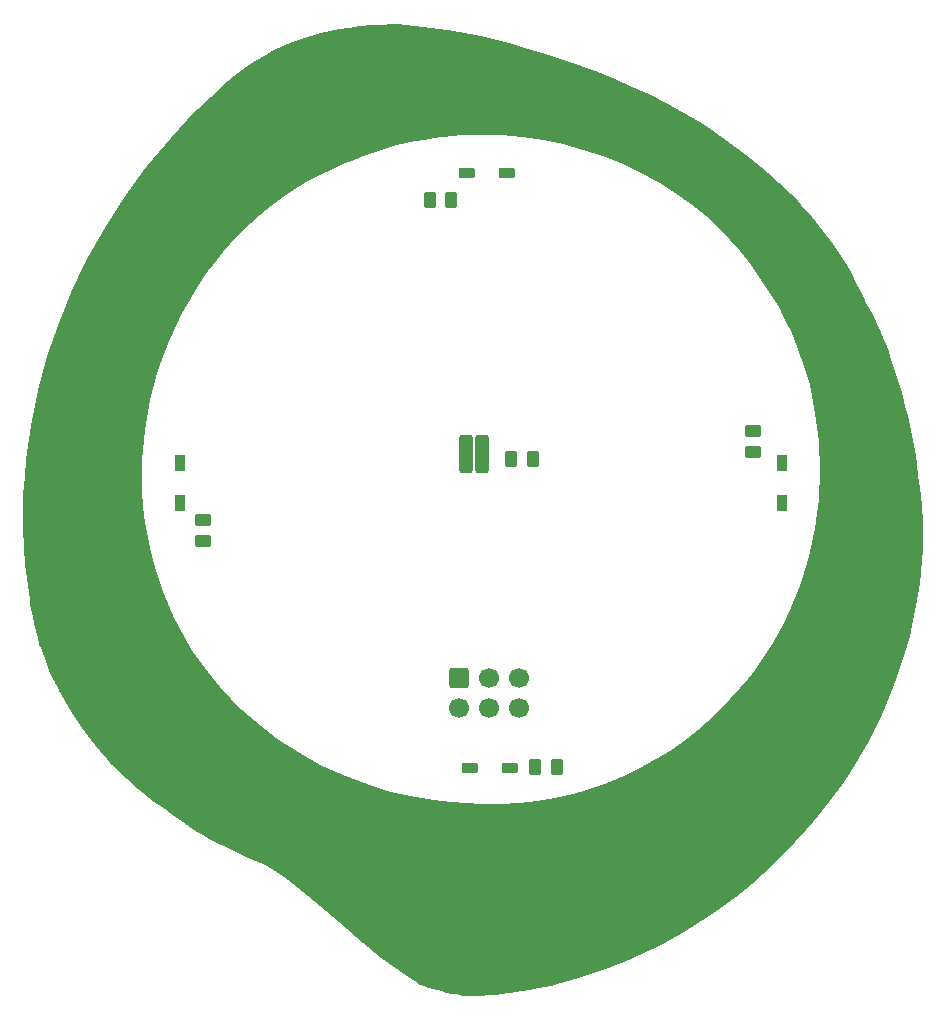
<source format=gbr>
%TF.GenerationSoftware,KiCad,Pcbnew,8.0.5-8.0.5-0~ubuntu22.04.1*%
%TF.CreationDate,2024-10-15T22:57:38-04:00*%
%TF.ProjectId,eclipse_sao_v1,65636c69-7073-4655-9f73-616f5f76312e,rev?*%
%TF.SameCoordinates,Original*%
%TF.FileFunction,Soldermask,Bot*%
%TF.FilePolarity,Negative*%
%FSLAX46Y46*%
G04 Gerber Fmt 4.6, Leading zero omitted, Abs format (unit mm)*
G04 Created by KiCad (PCBNEW 8.0.5-8.0.5-0~ubuntu22.04.1) date 2024-10-15 22:57:38*
%MOMM*%
%LPD*%
G01*
G04 APERTURE LIST*
G04 Aperture macros list*
%AMRoundRect*
0 Rectangle with rounded corners*
0 $1 Rounding radius*
0 $2 $3 $4 $5 $6 $7 $8 $9 X,Y pos of 4 corners*
0 Add a 4 corners polygon primitive as box body*
4,1,4,$2,$3,$4,$5,$6,$7,$8,$9,$2,$3,0*
0 Add four circle primitives for the rounded corners*
1,1,$1+$1,$2,$3*
1,1,$1+$1,$4,$5*
1,1,$1+$1,$6,$7*
1,1,$1+$1,$8,$9*
0 Add four rect primitives between the rounded corners*
20,1,$1+$1,$2,$3,$4,$5,0*
20,1,$1+$1,$4,$5,$6,$7,0*
20,1,$1+$1,$6,$7,$8,$9,0*
20,1,$1+$1,$8,$9,$2,$3,0*%
G04 Aperture macros list end*
%ADD10C,0.400000*%
%ADD11RoundRect,0.287500X0.287500X1.362500X-0.287500X1.362500X-0.287500X-1.362500X0.287500X-1.362500X0*%
%ADD12RoundRect,0.225000X0.475000X0.225000X-0.475000X0.225000X-0.475000X-0.225000X0.475000X-0.225000X0*%
%ADD13RoundRect,0.225000X-0.475000X-0.225000X0.475000X-0.225000X0.475000X0.225000X-0.475000X0.225000X0*%
%ADD14RoundRect,0.250000X-0.262500X-0.450000X0.262500X-0.450000X0.262500X0.450000X-0.262500X0.450000X0*%
%ADD15RoundRect,0.225000X0.225000X-0.475000X0.225000X0.475000X-0.225000X0.475000X-0.225000X-0.475000X0*%
%ADD16RoundRect,0.250000X-0.450000X0.262500X-0.450000X-0.262500X0.450000X-0.262500X0.450000X0.262500X0*%
%ADD17RoundRect,0.250000X0.262500X0.450000X-0.262500X0.450000X-0.262500X-0.450000X0.262500X-0.450000X0*%
%ADD18RoundRect,0.225000X-0.225000X0.475000X-0.225000X-0.475000X0.225000X-0.475000X0.225000X0.475000X0*%
%ADD19RoundRect,0.250000X-0.600000X0.600000X-0.600000X-0.600000X0.600000X-0.600000X0.600000X0.600000X0*%
%ADD20C,1.700000*%
%ADD21RoundRect,0.250000X0.450000X-0.262500X0.450000X0.262500X-0.450000X0.262500X-0.450000X-0.262500X0*%
G04 APERTURE END LIST*
D10*
X54227655Y-9331031D02*
X54289790Y-9332455D01*
X54351827Y-9335503D01*
X54413734Y-9340515D01*
X55814585Y-9484118D01*
X57222386Y-9644947D01*
X58630262Y-9831396D01*
X60031337Y-10051858D01*
X61418736Y-10314724D01*
X62105158Y-10464682D01*
X62785582Y-10628388D01*
X63459149Y-10806892D01*
X64125000Y-11001242D01*
X64782275Y-11212488D01*
X65430115Y-11441679D01*
X66924741Y-11866708D01*
X68412109Y-12331575D01*
X69889809Y-12836710D01*
X71355429Y-13382545D01*
X72806557Y-13969512D01*
X74240782Y-14598042D01*
X75655693Y-15268566D01*
X77048878Y-15981516D01*
X78417925Y-16737323D01*
X79760423Y-17536418D01*
X81073962Y-18379234D01*
X82356128Y-19266201D01*
X83604512Y-20197751D01*
X84816700Y-21174316D01*
X85990283Y-22196326D01*
X87122849Y-23264214D01*
X87299690Y-23403587D01*
X87505491Y-23587442D01*
X87736820Y-23811485D01*
X87990248Y-24071423D01*
X88549671Y-24681810D01*
X89156311Y-25384258D01*
X89782718Y-26144419D01*
X90401441Y-26927948D01*
X90985033Y-27700498D01*
X91506042Y-28427723D01*
X92044296Y-29283970D01*
X92554943Y-30161743D01*
X93042018Y-31057222D01*
X93509553Y-31966589D01*
X93961583Y-32886025D01*
X94402143Y-33811711D01*
X95264984Y-35666557D01*
X95322749Y-35793355D01*
X95378795Y-35920907D01*
X95433306Y-36049131D01*
X95486465Y-36177947D01*
X95589461Y-36437028D01*
X95689247Y-36697502D01*
X95759759Y-36859448D01*
X95915625Y-37302847D01*
X96393967Y-38774439D01*
X96945356Y-40593141D01*
X97192532Y-41470429D01*
X97390877Y-42239819D01*
X97392806Y-42242137D01*
X97394612Y-42244358D01*
X97396281Y-42246488D01*
X97397798Y-42248533D01*
X97399150Y-42250499D01*
X97400323Y-42252393D01*
X97400838Y-42253315D01*
X97401303Y-42254221D01*
X97401717Y-42255113D01*
X97402077Y-42255990D01*
X97402382Y-42256854D01*
X97402630Y-42257705D01*
X97402820Y-42258545D01*
X97402950Y-42259374D01*
X97403017Y-42260193D01*
X97403021Y-42261002D01*
X97402960Y-42261803D01*
X97402831Y-42262596D01*
X97402633Y-42263382D01*
X97402365Y-42264162D01*
X97402025Y-42264937D01*
X97401610Y-42265707D01*
X97401120Y-42266473D01*
X97400552Y-42267236D01*
X97399905Y-42267997D01*
X97399178Y-42268757D01*
X97588034Y-43103468D01*
X97757530Y-43941577D01*
X97909975Y-44782600D01*
X98047679Y-45626058D01*
X98172953Y-46471468D01*
X98288108Y-47318350D01*
X98497299Y-49014599D01*
X98530832Y-49318717D01*
X98560550Y-49626136D01*
X98609673Y-50243717D01*
X98646921Y-50853033D01*
X98674553Y-51439774D01*
X98681780Y-52472768D01*
X98657183Y-53489144D01*
X98602748Y-54487968D01*
X98520460Y-55468307D01*
X98412306Y-56429229D01*
X98280272Y-57369802D01*
X98126342Y-58289092D01*
X97952502Y-59186167D01*
X97760739Y-60060095D01*
X97553038Y-60909942D01*
X97331385Y-61734777D01*
X97097766Y-62533666D01*
X96602572Y-64049877D01*
X96083341Y-65451115D01*
X95555960Y-66729919D01*
X95036314Y-67878827D01*
X94540291Y-68890378D01*
X94083775Y-69757113D01*
X93352812Y-71026285D01*
X92970512Y-71626656D01*
X91958450Y-73185222D01*
X90876680Y-74698529D01*
X89728041Y-76163829D01*
X88515373Y-77578375D01*
X87241513Y-78939420D01*
X85909302Y-80244215D01*
X84521579Y-81490014D01*
X83081181Y-82674068D01*
X81590948Y-83793632D01*
X80053718Y-84845956D01*
X78472332Y-85828295D01*
X76849627Y-86737899D01*
X75188443Y-87572023D01*
X73491618Y-88327918D01*
X71761992Y-89002837D01*
X70002403Y-89594032D01*
X68783356Y-89939751D01*
X68782356Y-89939751D01*
X68184912Y-90080234D01*
X67674477Y-90205411D01*
X66896164Y-90402252D01*
X66248168Y-90537357D01*
X65597527Y-90661272D01*
X64944694Y-90773757D01*
X64290123Y-90874573D01*
X64018524Y-90912205D01*
X63746513Y-90946766D01*
X63201509Y-91008258D01*
X62655625Y-91062206D01*
X62109375Y-91111771D01*
X61436168Y-91174359D01*
X61267692Y-91187159D01*
X61099122Y-91197012D01*
X60930446Y-91203017D01*
X60761654Y-91204269D01*
X60635330Y-91202026D01*
X60508989Y-91197441D01*
X60382709Y-91190465D01*
X60256569Y-91181047D01*
X60130649Y-91169139D01*
X60005027Y-91154689D01*
X59879784Y-91137648D01*
X59754997Y-91117966D01*
X59361217Y-91047410D01*
X58968687Y-90968855D01*
X58577670Y-90882307D01*
X58188426Y-90787772D01*
X57801218Y-90685258D01*
X57416305Y-90574770D01*
X57033949Y-90456316D01*
X56654411Y-90329903D01*
X56613140Y-90315383D01*
X56572022Y-90300235D01*
X56531166Y-90284326D01*
X56490677Y-90267528D01*
X56450663Y-90249709D01*
X56411230Y-90230739D01*
X56372485Y-90210489D01*
X56353403Y-90199843D01*
X56334534Y-90188828D01*
X55466814Y-89646200D01*
X54619378Y-89070971D01*
X53789593Y-88467669D01*
X52974829Y-87840819D01*
X52172453Y-87194951D01*
X51379834Y-86534592D01*
X49813340Y-85188508D01*
X48254292Y-83838788D01*
X46681637Y-82521653D01*
X45883628Y-81886622D01*
X45074322Y-81273321D01*
X44251088Y-80686275D01*
X43411293Y-80130012D01*
X43045324Y-79990090D01*
X42651273Y-79829254D01*
X41805845Y-79460480D01*
X40928860Y-79054967D01*
X40074167Y-78643992D01*
X38647052Y-77930760D01*
X37955296Y-77570999D01*
X37461804Y-77269215D01*
X36856374Y-76870770D01*
X36166385Y-76395932D01*
X35419214Y-75864967D01*
X34642240Y-75298144D01*
X33862841Y-74715730D01*
X33108395Y-74137992D01*
X32406280Y-73585197D01*
X32405085Y-73584213D01*
X32403899Y-73583211D01*
X32402722Y-73582192D01*
X32401555Y-73581159D01*
X32400397Y-73580111D01*
X32399248Y-73579051D01*
X32398110Y-73577979D01*
X32396980Y-73576897D01*
X31881000Y-73098518D01*
X31368246Y-72616444D01*
X31114753Y-72372518D01*
X30864076Y-72125867D01*
X30616885Y-71875887D01*
X30373850Y-71621979D01*
X30363217Y-71624209D01*
X30353207Y-71625757D01*
X30343865Y-71626569D01*
X30339459Y-71626680D01*
X30335238Y-71626586D01*
X30331206Y-71626280D01*
X30327370Y-71625754D01*
X30323736Y-71625001D01*
X30320309Y-71624016D01*
X30317095Y-71622789D01*
X30314099Y-71621316D01*
X30311328Y-71619587D01*
X30308787Y-71617598D01*
X30306482Y-71615339D01*
X30304418Y-71612805D01*
X30302602Y-71609989D01*
X30301038Y-71606883D01*
X30299733Y-71603480D01*
X30298693Y-71599774D01*
X30297923Y-71595757D01*
X30297428Y-71591423D01*
X30297215Y-71586764D01*
X30297290Y-71581773D01*
X30297657Y-71576444D01*
X30298324Y-71570769D01*
X30299294Y-71564741D01*
X30300575Y-71558354D01*
X30302172Y-71551600D01*
X30304091Y-71544472D01*
X29687902Y-70863640D01*
X29093733Y-70164400D01*
X28522267Y-69447089D01*
X27974188Y-68712039D01*
X27450179Y-67959587D01*
X26950925Y-67190067D01*
X26477110Y-66403815D01*
X26029417Y-65601166D01*
X25999815Y-65549434D01*
X25985618Y-65525568D01*
X25984069Y-65523364D01*
X25983321Y-65521439D01*
X25971484Y-65496406D01*
X25945187Y-65443039D01*
X25754400Y-65088025D01*
X25660001Y-64909961D01*
X25613942Y-64820257D01*
X25568983Y-64729904D01*
X25379051Y-64337216D01*
X25210553Y-63964957D01*
X25058931Y-63608259D01*
X24919625Y-63262250D01*
X24394379Y-61887699D01*
X24327776Y-61719240D01*
X24311798Y-61676882D01*
X24296504Y-61634297D01*
X24282103Y-61591419D01*
X24268805Y-61548183D01*
X24131220Y-61037426D01*
X23990153Y-60449888D01*
X23852559Y-59830402D01*
X23725390Y-59223799D01*
X23530150Y-58228564D01*
X23460068Y-57822830D01*
X23068938Y-54873677D01*
X22889865Y-51911528D01*
X22916731Y-48946876D01*
X23036874Y-47379885D01*
X32541407Y-47379885D01*
X32576568Y-48689724D01*
X32673299Y-49995961D01*
X32832503Y-51295980D01*
X33055085Y-52587167D01*
X33341947Y-53866905D01*
X33693994Y-55132579D01*
X34112129Y-56381573D01*
X34454238Y-57410658D01*
X34841064Y-58417045D01*
X35271172Y-59400176D01*
X35743127Y-60359490D01*
X36255494Y-61294428D01*
X36806839Y-62204431D01*
X38020718Y-63947389D01*
X39373285Y-65583889D01*
X40853058Y-67109453D01*
X42448556Y-68519603D01*
X44148300Y-69809863D01*
X45940809Y-70975755D01*
X47814601Y-72012802D01*
X49758197Y-72916527D01*
X51760115Y-73682452D01*
X53808875Y-74306101D01*
X55892997Y-74782997D01*
X58001000Y-75108661D01*
X60121403Y-75278618D01*
X61659295Y-75358007D01*
X63198198Y-75349549D01*
X64733670Y-75254609D01*
X66261268Y-75074556D01*
X67776551Y-74810755D01*
X69275075Y-74464576D01*
X70752400Y-74037384D01*
X72204083Y-73530546D01*
X73625682Y-72945431D01*
X75012755Y-72283404D01*
X76360860Y-71545834D01*
X77665554Y-70734087D01*
X78922397Y-69849530D01*
X80126945Y-68893531D01*
X81274756Y-67867457D01*
X82361389Y-66772675D01*
X83217518Y-65886331D01*
X84026060Y-64962725D01*
X84786877Y-64004049D01*
X85499833Y-63012498D01*
X86164791Y-61990264D01*
X86781616Y-60939541D01*
X87350169Y-59862521D01*
X87870315Y-58761400D01*
X88764839Y-56495622D01*
X89464094Y-54159753D01*
X89966987Y-51771342D01*
X90272426Y-49347933D01*
X90379317Y-46907075D01*
X90286569Y-44466313D01*
X89993088Y-42043194D01*
X89497781Y-39655266D01*
X88799555Y-37320075D01*
X88374007Y-36177739D01*
X87897319Y-35055167D01*
X87369355Y-33954553D01*
X86789978Y-32878089D01*
X86159052Y-31827970D01*
X85476440Y-30806389D01*
X84470339Y-29325316D01*
X83367721Y-27932232D01*
X82175106Y-26628208D01*
X80899015Y-25414319D01*
X79545967Y-24291637D01*
X78122482Y-23261235D01*
X76635079Y-22324185D01*
X75090279Y-21481562D01*
X73494600Y-20734437D01*
X71854564Y-20083884D01*
X70176689Y-19530975D01*
X68467495Y-19076784D01*
X66733503Y-18722383D01*
X64981231Y-18468845D01*
X63217200Y-18317244D01*
X61447929Y-18268652D01*
X60643746Y-18280907D01*
X59840437Y-18314767D01*
X59038617Y-18370333D01*
X58238897Y-18447705D01*
X57441890Y-18546986D01*
X56648209Y-18668277D01*
X55858465Y-18811678D01*
X55073272Y-18977290D01*
X54293242Y-19165216D01*
X53518988Y-19375555D01*
X52751122Y-19608410D01*
X51990256Y-19863882D01*
X51237003Y-20142071D01*
X50491976Y-20443079D01*
X49755787Y-20767007D01*
X49029049Y-21113956D01*
X47818687Y-21663770D01*
X46647301Y-22275372D01*
X45515794Y-22946146D01*
X44425071Y-23673478D01*
X43376035Y-24454751D01*
X42369591Y-25287350D01*
X41406641Y-26168659D01*
X40488089Y-27096062D01*
X39614840Y-28066945D01*
X38787796Y-29078691D01*
X38007862Y-30128685D01*
X37275942Y-31214312D01*
X35959757Y-33481998D01*
X34846471Y-35860826D01*
X33943313Y-38329872D01*
X33257514Y-40868209D01*
X32796303Y-43454913D01*
X32566911Y-46069060D01*
X32541407Y-47379885D01*
X23036874Y-47379885D01*
X23143420Y-45990219D01*
X23563816Y-43052050D01*
X24171802Y-40142866D01*
X24961261Y-37273161D01*
X25926076Y-34453432D01*
X27060132Y-31694172D01*
X28357311Y-29005878D01*
X29811497Y-26399045D01*
X31416573Y-23884168D01*
X33166422Y-21471742D01*
X35054929Y-19172263D01*
X37075975Y-16996226D01*
X39223446Y-14954126D01*
X39847681Y-14352277D01*
X40493026Y-13788528D01*
X41158423Y-13262162D01*
X41842813Y-12772463D01*
X42545139Y-12318713D01*
X43264342Y-11900195D01*
X43999365Y-11516192D01*
X44749151Y-11165987D01*
X45512640Y-10848864D01*
X46288776Y-10564103D01*
X47076500Y-10310990D01*
X47874754Y-10088807D01*
X48682481Y-9896836D01*
X49498622Y-9734360D01*
X50322120Y-9600663D01*
X51151916Y-9495028D01*
X51164325Y-9483033D01*
X51176212Y-9472210D01*
X51187490Y-9462633D01*
X51198069Y-9454371D01*
X51203069Y-9450757D01*
X51207861Y-9447499D01*
X51212434Y-9444606D01*
X51216777Y-9442088D01*
X51220878Y-9439953D01*
X51224727Y-9438209D01*
X51228313Y-9436868D01*
X51231625Y-9435936D01*
X51234650Y-9435424D01*
X51237379Y-9435340D01*
X51239801Y-9435693D01*
X51241903Y-9436492D01*
X51243675Y-9437747D01*
X51245106Y-9439466D01*
X51246185Y-9441659D01*
X51246901Y-9444333D01*
X51247242Y-9447499D01*
X51247198Y-9451166D01*
X51246757Y-9455341D01*
X51245909Y-9460036D01*
X51244642Y-9465257D01*
X51242945Y-9471015D01*
X51240807Y-9477318D01*
X51238216Y-9484176D01*
X51571134Y-9451503D01*
X51904960Y-9424083D01*
X52239509Y-9401318D01*
X52574596Y-9382609D01*
X53245641Y-9354969D01*
X53916607Y-9336381D01*
X53916607Y-9336385D01*
X54040976Y-9333107D01*
X54165454Y-9330891D01*
X54227655Y-9331031D01*
G36*
X54227655Y-9331031D02*
G01*
X54289790Y-9332455D01*
X54351827Y-9335503D01*
X54413734Y-9340515D01*
X55814585Y-9484118D01*
X57222386Y-9644947D01*
X58630262Y-9831396D01*
X60031337Y-10051858D01*
X61418736Y-10314724D01*
X62105158Y-10464682D01*
X62785582Y-10628388D01*
X63459149Y-10806892D01*
X64125000Y-11001242D01*
X64782275Y-11212488D01*
X65430115Y-11441679D01*
X66924741Y-11866708D01*
X68412109Y-12331575D01*
X69889809Y-12836710D01*
X71355429Y-13382545D01*
X72806557Y-13969512D01*
X74240782Y-14598042D01*
X75655693Y-15268566D01*
X77048878Y-15981516D01*
X78417925Y-16737323D01*
X79760423Y-17536418D01*
X81073962Y-18379234D01*
X82356128Y-19266201D01*
X83604512Y-20197751D01*
X84816700Y-21174316D01*
X85990283Y-22196326D01*
X87122849Y-23264214D01*
X87299690Y-23403587D01*
X87505491Y-23587442D01*
X87736820Y-23811485D01*
X87990248Y-24071423D01*
X88549671Y-24681810D01*
X89156311Y-25384258D01*
X89782718Y-26144419D01*
X90401441Y-26927948D01*
X90985033Y-27700498D01*
X91506042Y-28427723D01*
X92044296Y-29283970D01*
X92554943Y-30161743D01*
X93042018Y-31057222D01*
X93509553Y-31966589D01*
X93961583Y-32886025D01*
X94402143Y-33811711D01*
X95264984Y-35666557D01*
X95322749Y-35793355D01*
X95378795Y-35920907D01*
X95433306Y-36049131D01*
X95486465Y-36177947D01*
X95589461Y-36437028D01*
X95689247Y-36697502D01*
X95759759Y-36859448D01*
X95915625Y-37302847D01*
X96393967Y-38774439D01*
X96945356Y-40593141D01*
X97192532Y-41470429D01*
X97390877Y-42239819D01*
X97392806Y-42242137D01*
X97394612Y-42244358D01*
X97396281Y-42246488D01*
X97397798Y-42248533D01*
X97399150Y-42250499D01*
X97400323Y-42252393D01*
X97400838Y-42253315D01*
X97401303Y-42254221D01*
X97401717Y-42255113D01*
X97402077Y-42255990D01*
X97402382Y-42256854D01*
X97402630Y-42257705D01*
X97402820Y-42258545D01*
X97402950Y-42259374D01*
X97403017Y-42260193D01*
X97403021Y-42261002D01*
X97402960Y-42261803D01*
X97402831Y-42262596D01*
X97402633Y-42263382D01*
X97402365Y-42264162D01*
X97402025Y-42264937D01*
X97401610Y-42265707D01*
X97401120Y-42266473D01*
X97400552Y-42267236D01*
X97399905Y-42267997D01*
X97399178Y-42268757D01*
X97588034Y-43103468D01*
X97757530Y-43941577D01*
X97909975Y-44782600D01*
X98047679Y-45626058D01*
X98172953Y-46471468D01*
X98288108Y-47318350D01*
X98497299Y-49014599D01*
X98530832Y-49318717D01*
X98560550Y-49626136D01*
X98609673Y-50243717D01*
X98646921Y-50853033D01*
X98674553Y-51439774D01*
X98681780Y-52472768D01*
X98657183Y-53489144D01*
X98602748Y-54487968D01*
X98520460Y-55468307D01*
X98412306Y-56429229D01*
X98280272Y-57369802D01*
X98126342Y-58289092D01*
X97952502Y-59186167D01*
X97760739Y-60060095D01*
X97553038Y-60909942D01*
X97331385Y-61734777D01*
X97097766Y-62533666D01*
X96602572Y-64049877D01*
X96083341Y-65451115D01*
X95555960Y-66729919D01*
X95036314Y-67878827D01*
X94540291Y-68890378D01*
X94083775Y-69757113D01*
X93352812Y-71026285D01*
X92970512Y-71626656D01*
X91958450Y-73185222D01*
X90876680Y-74698529D01*
X89728041Y-76163829D01*
X88515373Y-77578375D01*
X87241513Y-78939420D01*
X85909302Y-80244215D01*
X84521579Y-81490014D01*
X83081181Y-82674068D01*
X81590948Y-83793632D01*
X80053718Y-84845956D01*
X78472332Y-85828295D01*
X76849627Y-86737899D01*
X75188443Y-87572023D01*
X73491618Y-88327918D01*
X71761992Y-89002837D01*
X70002403Y-89594032D01*
X68783356Y-89939751D01*
X68782356Y-89939751D01*
X68184912Y-90080234D01*
X67674477Y-90205411D01*
X66896164Y-90402252D01*
X66248168Y-90537357D01*
X65597527Y-90661272D01*
X64944694Y-90773757D01*
X64290123Y-90874573D01*
X64018524Y-90912205D01*
X63746513Y-90946766D01*
X63201509Y-91008258D01*
X62655625Y-91062206D01*
X62109375Y-91111771D01*
X61436168Y-91174359D01*
X61267692Y-91187159D01*
X61099122Y-91197012D01*
X60930446Y-91203017D01*
X60761654Y-91204269D01*
X60635330Y-91202026D01*
X60508989Y-91197441D01*
X60382709Y-91190465D01*
X60256569Y-91181047D01*
X60130649Y-91169139D01*
X60005027Y-91154689D01*
X59879784Y-91137648D01*
X59754997Y-91117966D01*
X59361217Y-91047410D01*
X58968687Y-90968855D01*
X58577670Y-90882307D01*
X58188426Y-90787772D01*
X57801218Y-90685258D01*
X57416305Y-90574770D01*
X57033949Y-90456316D01*
X56654411Y-90329903D01*
X56613140Y-90315383D01*
X56572022Y-90300235D01*
X56531166Y-90284326D01*
X56490677Y-90267528D01*
X56450663Y-90249709D01*
X56411230Y-90230739D01*
X56372485Y-90210489D01*
X56353403Y-90199843D01*
X56334534Y-90188828D01*
X55466814Y-89646200D01*
X54619378Y-89070971D01*
X53789593Y-88467669D01*
X52974829Y-87840819D01*
X52172453Y-87194951D01*
X51379834Y-86534592D01*
X49813340Y-85188508D01*
X48254292Y-83838788D01*
X46681637Y-82521653D01*
X45883628Y-81886622D01*
X45074322Y-81273321D01*
X44251088Y-80686275D01*
X43411293Y-80130012D01*
X43045324Y-79990090D01*
X42651273Y-79829254D01*
X41805845Y-79460480D01*
X40928860Y-79054967D01*
X40074167Y-78643992D01*
X38647052Y-77930760D01*
X37955296Y-77570999D01*
X37461804Y-77269215D01*
X36856374Y-76870770D01*
X36166385Y-76395932D01*
X35419214Y-75864967D01*
X34642240Y-75298144D01*
X33862841Y-74715730D01*
X33108395Y-74137992D01*
X32406280Y-73585197D01*
X32405085Y-73584213D01*
X32403899Y-73583211D01*
X32402722Y-73582192D01*
X32401555Y-73581159D01*
X32400397Y-73580111D01*
X32399248Y-73579051D01*
X32398110Y-73577979D01*
X32396980Y-73576897D01*
X31881000Y-73098518D01*
X31368246Y-72616444D01*
X31114753Y-72372518D01*
X30864076Y-72125867D01*
X30616885Y-71875887D01*
X30373850Y-71621979D01*
X30363217Y-71624209D01*
X30353207Y-71625757D01*
X30343865Y-71626569D01*
X30339459Y-71626680D01*
X30335238Y-71626586D01*
X30331206Y-71626280D01*
X30327370Y-71625754D01*
X30323736Y-71625001D01*
X30320309Y-71624016D01*
X30317095Y-71622789D01*
X30314099Y-71621316D01*
X30311328Y-71619587D01*
X30308787Y-71617598D01*
X30306482Y-71615339D01*
X30304418Y-71612805D01*
X30302602Y-71609989D01*
X30301038Y-71606883D01*
X30299733Y-71603480D01*
X30298693Y-71599774D01*
X30297923Y-71595757D01*
X30297428Y-71591423D01*
X30297215Y-71586764D01*
X30297290Y-71581773D01*
X30297657Y-71576444D01*
X30298324Y-71570769D01*
X30299294Y-71564741D01*
X30300575Y-71558354D01*
X30302172Y-71551600D01*
X30304091Y-71544472D01*
X29687902Y-70863640D01*
X29093733Y-70164400D01*
X28522267Y-69447089D01*
X27974188Y-68712039D01*
X27450179Y-67959587D01*
X26950925Y-67190067D01*
X26477110Y-66403815D01*
X26029417Y-65601166D01*
X25999815Y-65549434D01*
X25985618Y-65525568D01*
X25984069Y-65523364D01*
X25983321Y-65521439D01*
X25971484Y-65496406D01*
X25945187Y-65443039D01*
X25754400Y-65088025D01*
X25660001Y-64909961D01*
X25613942Y-64820257D01*
X25568983Y-64729904D01*
X25379051Y-64337216D01*
X25210553Y-63964957D01*
X25058931Y-63608259D01*
X24919625Y-63262250D01*
X24394379Y-61887699D01*
X24327776Y-61719240D01*
X24311798Y-61676882D01*
X24296504Y-61634297D01*
X24282103Y-61591419D01*
X24268805Y-61548183D01*
X24131220Y-61037426D01*
X23990153Y-60449888D01*
X23852559Y-59830402D01*
X23725390Y-59223799D01*
X23530150Y-58228564D01*
X23460068Y-57822830D01*
X23068938Y-54873677D01*
X22889865Y-51911528D01*
X22916731Y-48946876D01*
X23036874Y-47379885D01*
X32541407Y-47379885D01*
X32576568Y-48689724D01*
X32673299Y-49995961D01*
X32832503Y-51295980D01*
X33055085Y-52587167D01*
X33341947Y-53866905D01*
X33693994Y-55132579D01*
X34112129Y-56381573D01*
X34454238Y-57410658D01*
X34841064Y-58417045D01*
X35271172Y-59400176D01*
X35743127Y-60359490D01*
X36255494Y-61294428D01*
X36806839Y-62204431D01*
X38020718Y-63947389D01*
X39373285Y-65583889D01*
X40853058Y-67109453D01*
X42448556Y-68519603D01*
X44148300Y-69809863D01*
X45940809Y-70975755D01*
X47814601Y-72012802D01*
X49758197Y-72916527D01*
X51760115Y-73682452D01*
X53808875Y-74306101D01*
X55892997Y-74782997D01*
X58001000Y-75108661D01*
X60121403Y-75278618D01*
X61659295Y-75358007D01*
X63198198Y-75349549D01*
X64733670Y-75254609D01*
X66261268Y-75074556D01*
X67776551Y-74810755D01*
X69275075Y-74464576D01*
X70752400Y-74037384D01*
X72204083Y-73530546D01*
X73625682Y-72945431D01*
X75012755Y-72283404D01*
X76360860Y-71545834D01*
X77665554Y-70734087D01*
X78922397Y-69849530D01*
X80126945Y-68893531D01*
X81274756Y-67867457D01*
X82361389Y-66772675D01*
X83217518Y-65886331D01*
X84026060Y-64962725D01*
X84786877Y-64004049D01*
X85499833Y-63012498D01*
X86164791Y-61990264D01*
X86781616Y-60939541D01*
X87350169Y-59862521D01*
X87870315Y-58761400D01*
X88764839Y-56495622D01*
X89464094Y-54159753D01*
X89966987Y-51771342D01*
X90272426Y-49347933D01*
X90379317Y-46907075D01*
X90286569Y-44466313D01*
X89993088Y-42043194D01*
X89497781Y-39655266D01*
X88799555Y-37320075D01*
X88374007Y-36177739D01*
X87897319Y-35055167D01*
X87369355Y-33954553D01*
X86789978Y-32878089D01*
X86159052Y-31827970D01*
X85476440Y-30806389D01*
X84470339Y-29325316D01*
X83367721Y-27932232D01*
X82175106Y-26628208D01*
X80899015Y-25414319D01*
X79545967Y-24291637D01*
X78122482Y-23261235D01*
X76635079Y-22324185D01*
X75090279Y-21481562D01*
X73494600Y-20734437D01*
X71854564Y-20083884D01*
X70176689Y-19530975D01*
X68467495Y-19076784D01*
X66733503Y-18722383D01*
X64981231Y-18468845D01*
X63217200Y-18317244D01*
X61447929Y-18268652D01*
X60643746Y-18280907D01*
X59840437Y-18314767D01*
X59038617Y-18370333D01*
X58238897Y-18447705D01*
X57441890Y-18546986D01*
X56648209Y-18668277D01*
X55858465Y-18811678D01*
X55073272Y-18977290D01*
X54293242Y-19165216D01*
X53518988Y-19375555D01*
X52751122Y-19608410D01*
X51990256Y-19863882D01*
X51237003Y-20142071D01*
X50491976Y-20443079D01*
X49755787Y-20767007D01*
X49029049Y-21113956D01*
X47818687Y-21663770D01*
X46647301Y-22275372D01*
X45515794Y-22946146D01*
X44425071Y-23673478D01*
X43376035Y-24454751D01*
X42369591Y-25287350D01*
X41406641Y-26168659D01*
X40488089Y-27096062D01*
X39614840Y-28066945D01*
X38787796Y-29078691D01*
X38007862Y-30128685D01*
X37275942Y-31214312D01*
X35959757Y-33481998D01*
X34846471Y-35860826D01*
X33943313Y-38329872D01*
X33257514Y-40868209D01*
X32796303Y-43454913D01*
X32566911Y-46069060D01*
X32541407Y-47379885D01*
X23036874Y-47379885D01*
X23143420Y-45990219D01*
X23563816Y-43052050D01*
X24171802Y-40142866D01*
X24961261Y-37273161D01*
X25926076Y-34453432D01*
X27060132Y-31694172D01*
X28357311Y-29005878D01*
X29811497Y-26399045D01*
X31416573Y-23884168D01*
X33166422Y-21471742D01*
X35054929Y-19172263D01*
X37075975Y-16996226D01*
X39223446Y-14954126D01*
X39847681Y-14352277D01*
X40493026Y-13788528D01*
X41158423Y-13262162D01*
X41842813Y-12772463D01*
X42545139Y-12318713D01*
X43264342Y-11900195D01*
X43999365Y-11516192D01*
X44749151Y-11165987D01*
X45512640Y-10848864D01*
X46288776Y-10564103D01*
X47076500Y-10310990D01*
X47874754Y-10088807D01*
X48682481Y-9896836D01*
X49498622Y-9734360D01*
X50322120Y-9600663D01*
X51151916Y-9495028D01*
X51164325Y-9483033D01*
X51176212Y-9472210D01*
X51187490Y-9462633D01*
X51198069Y-9454371D01*
X51203069Y-9450757D01*
X51207861Y-9447499D01*
X51212434Y-9444606D01*
X51216777Y-9442088D01*
X51220878Y-9439953D01*
X51224727Y-9438209D01*
X51228313Y-9436868D01*
X51231625Y-9435936D01*
X51234650Y-9435424D01*
X51237379Y-9435340D01*
X51239801Y-9435693D01*
X51241903Y-9436492D01*
X51243675Y-9437747D01*
X51245106Y-9439466D01*
X51246185Y-9441659D01*
X51246901Y-9444333D01*
X51247242Y-9447499D01*
X51247198Y-9451166D01*
X51246757Y-9455341D01*
X51245909Y-9460036D01*
X51244642Y-9465257D01*
X51242945Y-9471015D01*
X51240807Y-9477318D01*
X51238216Y-9484176D01*
X51571134Y-9451503D01*
X51904960Y-9424083D01*
X52239509Y-9401318D01*
X52574596Y-9382609D01*
X53245641Y-9354969D01*
X53916607Y-9336381D01*
X53916607Y-9336385D01*
X54040976Y-9333107D01*
X54165454Y-9330891D01*
X54227655Y-9331031D01*
G37*
X25984069Y-65523364D02*
X25985676Y-65527505D01*
X25983525Y-65523971D01*
X25981847Y-65520203D01*
X25984069Y-65523364D01*
G36*
X25984069Y-65523364D02*
G01*
X25985676Y-65527505D01*
X25983525Y-65523971D01*
X25981847Y-65520203D01*
X25984069Y-65523364D01*
G37*
D11*
%TO.C,D105*%
X60250000Y-45500000D03*
X61600000Y-45500000D03*
%TD*%
D12*
%TO.C,D104*%
X60550000Y-72100000D03*
X63950000Y-72100000D03*
%TD*%
D13*
%TO.C,D102*%
X63700000Y-21750000D03*
X60300000Y-21750000D03*
%TD*%
D14*
%TO.C,R102*%
X57175000Y-24000000D03*
X59000000Y-24000000D03*
%TD*%
D15*
%TO.C,D101*%
X36000000Y-46300000D03*
X36000000Y-49700000D03*
%TD*%
D16*
%TO.C,R103*%
X84500000Y-43587500D03*
X84500000Y-45412500D03*
%TD*%
D17*
%TO.C,R105*%
X65912500Y-46000000D03*
X64087500Y-46000000D03*
%TD*%
D18*
%TO.C,D103*%
X87000000Y-49700000D03*
X87000000Y-46300000D03*
%TD*%
D19*
%TO.C,J101*%
X59670000Y-64500000D03*
D20*
X59670000Y-67040000D03*
X62210000Y-64500000D03*
X62210000Y-67040000D03*
X64750000Y-64500000D03*
X64750000Y-67040000D03*
%TD*%
D21*
%TO.C,R101*%
X38000000Y-52912500D03*
X38000000Y-51087500D03*
%TD*%
D17*
%TO.C,R104*%
X67912500Y-72000000D03*
X66087500Y-72000000D03*
%TD*%
M02*

</source>
